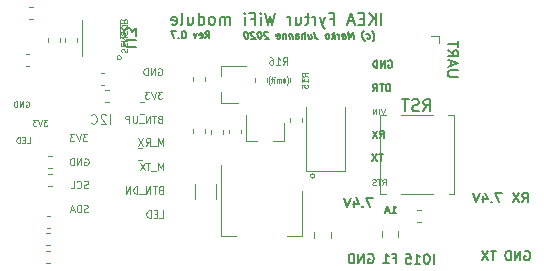
<source format=gbr>
%TF.GenerationSoftware,KiCad,Pcbnew,(5.1.6-0-10_14)*%
%TF.CreationDate,2020-10-08T00:08:50+03:00*%
%TF.ProjectId,ikea-fyrtur,696b6561-2d66-4797-9274-75722e6b6963,rev?*%
%TF.SameCoordinates,Original*%
%TF.FileFunction,Legend,Bot*%
%TF.FilePolarity,Positive*%
%FSLAX46Y46*%
G04 Gerber Fmt 4.6, Leading zero omitted, Abs format (unit mm)*
G04 Created by KiCad (PCBNEW (5.1.6-0-10_14)) date 2020-10-08 00:08:50*
%MOMM*%
%LPD*%
G01*
G04 APERTURE LIST*
%ADD10C,0.120000*%
%ADD11C,0.100000*%
%ADD12C,0.160000*%
%ADD13C,0.150000*%
%ADD14C,0.200000*%
%ADD15C,0.125000*%
G04 APERTURE END LIST*
D10*
X99078952Y-85604304D02*
X99078952Y-84804304D01*
X98736095Y-84880495D02*
X98698000Y-84842400D01*
X98621809Y-84804304D01*
X98431333Y-84804304D01*
X98355142Y-84842400D01*
X98317047Y-84880495D01*
X98278952Y-84956685D01*
X98278952Y-85032876D01*
X98317047Y-85147161D01*
X98774190Y-85604304D01*
X98278952Y-85604304D01*
X97478952Y-85528114D02*
X97517047Y-85566209D01*
X97631333Y-85604304D01*
X97707523Y-85604304D01*
X97821809Y-85566209D01*
X97898000Y-85490019D01*
X97936095Y-85413828D01*
X97974190Y-85261447D01*
X97974190Y-85147161D01*
X97936095Y-84994780D01*
X97898000Y-84918590D01*
X97821809Y-84842400D01*
X97707523Y-84804304D01*
X97631333Y-84804304D01*
X97517047Y-84842400D01*
X97478952Y-84880495D01*
D11*
X100076819Y-79511352D02*
X100053009Y-79439923D01*
X100053009Y-79320876D01*
X100076819Y-79273257D01*
X100100628Y-79249447D01*
X100148247Y-79225638D01*
X100195866Y-79225638D01*
X100243485Y-79249447D01*
X100267295Y-79273257D01*
X100291104Y-79320876D01*
X100314914Y-79416114D01*
X100338723Y-79463733D01*
X100362533Y-79487542D01*
X100410152Y-79511352D01*
X100457771Y-79511352D01*
X100505390Y-79487542D01*
X100529200Y-79463733D01*
X100553009Y-79416114D01*
X100553009Y-79297066D01*
X100529200Y-79225638D01*
X100314914Y-79011352D02*
X100314914Y-78844685D01*
X100053009Y-78773257D02*
X100053009Y-79011352D01*
X100553009Y-79011352D01*
X100553009Y-78773257D01*
X100053009Y-78558971D02*
X100553009Y-78558971D01*
X100053009Y-78273257D01*
X100553009Y-78273257D01*
X100076819Y-78058971D02*
X100053009Y-77987542D01*
X100053009Y-77868495D01*
X100076819Y-77820876D01*
X100100628Y-77797066D01*
X100148247Y-77773257D01*
X100195866Y-77773257D01*
X100243485Y-77797066D01*
X100267295Y-77820876D01*
X100291104Y-77868495D01*
X100314914Y-77963733D01*
X100338723Y-78011352D01*
X100362533Y-78035161D01*
X100410152Y-78058971D01*
X100457771Y-78058971D01*
X100505390Y-78035161D01*
X100529200Y-78011352D01*
X100553009Y-77963733D01*
X100553009Y-77844685D01*
X100529200Y-77773257D01*
X100553009Y-77463733D02*
X100553009Y-77368495D01*
X100529200Y-77320876D01*
X100481580Y-77273257D01*
X100386342Y-77249447D01*
X100219676Y-77249447D01*
X100124438Y-77273257D01*
X100076819Y-77320876D01*
X100053009Y-77368495D01*
X100053009Y-77463733D01*
X100076819Y-77511352D01*
X100124438Y-77558971D01*
X100219676Y-77582780D01*
X100386342Y-77582780D01*
X100481580Y-77558971D01*
X100529200Y-77511352D01*
X100553009Y-77463733D01*
X100053009Y-76749447D02*
X100291104Y-76916114D01*
X100053009Y-77035161D02*
X100553009Y-77035161D01*
X100553009Y-76844685D01*
X100529200Y-76797066D01*
X100505390Y-76773257D01*
X100457771Y-76749447D01*
X100386342Y-76749447D01*
X100338723Y-76773257D01*
X100314914Y-76797066D01*
X100291104Y-76844685D01*
X100291104Y-77035161D01*
D10*
X100055962Y-80010000D02*
G75*
G03*
X100055962Y-80010000I-183162J0D01*
G01*
X116413562Y-90017600D02*
G75*
G03*
X116413562Y-90017600I-183162J0D01*
G01*
D12*
X128559657Y-81598114D02*
X127831085Y-81598114D01*
X127745371Y-81555257D01*
X127702514Y-81512400D01*
X127659657Y-81426685D01*
X127659657Y-81255257D01*
X127702514Y-81169542D01*
X127745371Y-81126685D01*
X127831085Y-81083828D01*
X128559657Y-81083828D01*
X127916800Y-80698114D02*
X127916800Y-80269542D01*
X127659657Y-80783828D02*
X128559657Y-80483828D01*
X127659657Y-80183828D01*
X127659657Y-79369542D02*
X128088228Y-79669542D01*
X127659657Y-79883828D02*
X128559657Y-79883828D01*
X128559657Y-79540971D01*
X128516800Y-79455257D01*
X128473942Y-79412400D01*
X128388228Y-79369542D01*
X128259657Y-79369542D01*
X128173942Y-79412400D01*
X128131085Y-79455257D01*
X128088228Y-79540971D01*
X128088228Y-79883828D01*
X128559657Y-79112400D02*
X128559657Y-78598114D01*
X127659657Y-78855257D02*
X128559657Y-78855257D01*
D13*
X107160857Y-78351028D02*
X107360857Y-78065314D01*
X107503714Y-78351028D02*
X107503714Y-77751028D01*
X107275142Y-77751028D01*
X107218000Y-77779600D01*
X107189428Y-77808171D01*
X107160857Y-77865314D01*
X107160857Y-77951028D01*
X107189428Y-78008171D01*
X107218000Y-78036742D01*
X107275142Y-78065314D01*
X107503714Y-78065314D01*
X106675142Y-78322457D02*
X106732285Y-78351028D01*
X106846571Y-78351028D01*
X106903714Y-78322457D01*
X106932285Y-78265314D01*
X106932285Y-78036742D01*
X106903714Y-77979600D01*
X106846571Y-77951028D01*
X106732285Y-77951028D01*
X106675142Y-77979600D01*
X106646571Y-78036742D01*
X106646571Y-78093885D01*
X106932285Y-78151028D01*
X106446571Y-77951028D02*
X106303714Y-78351028D01*
X106160857Y-77951028D01*
X105360857Y-77751028D02*
X105303714Y-77751028D01*
X105246571Y-77779600D01*
X105218000Y-77808171D01*
X105189428Y-77865314D01*
X105160857Y-77979600D01*
X105160857Y-78122457D01*
X105189428Y-78236742D01*
X105218000Y-78293885D01*
X105246571Y-78322457D01*
X105303714Y-78351028D01*
X105360857Y-78351028D01*
X105418000Y-78322457D01*
X105446571Y-78293885D01*
X105475142Y-78236742D01*
X105503714Y-78122457D01*
X105503714Y-77979600D01*
X105475142Y-77865314D01*
X105446571Y-77808171D01*
X105418000Y-77779600D01*
X105360857Y-77751028D01*
X104903714Y-78293885D02*
X104875142Y-78322457D01*
X104903714Y-78351028D01*
X104932285Y-78322457D01*
X104903714Y-78293885D01*
X104903714Y-78351028D01*
X104675142Y-77751028D02*
X104275142Y-77751028D01*
X104532285Y-78351028D01*
X121347608Y-78630400D02*
X121372608Y-78601828D01*
X121419037Y-78516114D01*
X121440466Y-78458971D01*
X121458323Y-78373257D01*
X121469037Y-78230400D01*
X121454751Y-78116114D01*
X121408323Y-77973257D01*
X121369037Y-77887542D01*
X121333323Y-77830400D01*
X121265466Y-77744685D01*
X121233323Y-77716114D01*
X120829751Y-78373257D02*
X120890466Y-78401828D01*
X121004751Y-78401828D01*
X121058323Y-78373257D01*
X121083323Y-78344685D01*
X121104751Y-78287542D01*
X121083323Y-78116114D01*
X121047608Y-78058971D01*
X121015466Y-78030400D01*
X120954751Y-78001828D01*
X120840466Y-78001828D01*
X120786894Y-78030400D01*
X120661894Y-78630400D02*
X120629751Y-78601828D01*
X120561894Y-78516114D01*
X120526180Y-78458971D01*
X120486894Y-78373257D01*
X120440466Y-78230400D01*
X120426180Y-78116114D01*
X120436894Y-77973257D01*
X120454751Y-77887542D01*
X120476180Y-77830400D01*
X120522608Y-77744685D01*
X120547608Y-77716114D01*
X119719037Y-78401828D02*
X119644037Y-77801828D01*
X119497608Y-78230400D01*
X119244037Y-77801828D01*
X119319037Y-78401828D01*
X118776180Y-78401828D02*
X118736894Y-78087542D01*
X118758323Y-78030400D01*
X118811894Y-78001828D01*
X118926180Y-78001828D01*
X118986894Y-78030400D01*
X118772608Y-78373257D02*
X118833323Y-78401828D01*
X118976180Y-78401828D01*
X119029751Y-78373257D01*
X119051180Y-78316114D01*
X119044037Y-78258971D01*
X119008323Y-78201828D01*
X118947608Y-78173257D01*
X118804751Y-78173257D01*
X118744037Y-78144685D01*
X118490466Y-78401828D02*
X118440466Y-78001828D01*
X118454751Y-78116114D02*
X118419037Y-78058971D01*
X118386894Y-78030400D01*
X118326180Y-78001828D01*
X118269037Y-78001828D01*
X118119037Y-78401828D02*
X118044037Y-77801828D01*
X118033323Y-78173257D02*
X117890466Y-78401828D01*
X117840466Y-78001828D02*
X118097608Y-78230400D01*
X117547608Y-78401828D02*
X117601180Y-78373257D01*
X117626180Y-78344685D01*
X117647608Y-78287542D01*
X117626180Y-78116114D01*
X117590466Y-78058971D01*
X117558323Y-78030400D01*
X117497608Y-78001828D01*
X117411894Y-78001828D01*
X117358323Y-78030400D01*
X117333323Y-78058971D01*
X117311894Y-78116114D01*
X117333323Y-78287542D01*
X117369037Y-78344685D01*
X117401180Y-78373257D01*
X117461894Y-78401828D01*
X117547608Y-78401828D01*
X116386894Y-77801828D02*
X116440466Y-78230400D01*
X116479751Y-78316114D01*
X116544037Y-78373257D01*
X116633323Y-78401828D01*
X116690466Y-78401828D01*
X115869037Y-78001828D02*
X115919037Y-78401828D01*
X116126180Y-78001828D02*
X116165466Y-78316114D01*
X116144037Y-78373257D01*
X116090466Y-78401828D01*
X116004751Y-78401828D01*
X115944037Y-78373257D01*
X115911894Y-78344685D01*
X115633323Y-78401828D02*
X115558323Y-77801828D01*
X115376180Y-78401828D02*
X115336894Y-78087542D01*
X115358323Y-78030400D01*
X115411894Y-78001828D01*
X115497608Y-78001828D01*
X115558323Y-78030400D01*
X115590466Y-78058971D01*
X114833323Y-78401828D02*
X114794037Y-78087542D01*
X114815466Y-78030400D01*
X114869037Y-78001828D01*
X114983323Y-78001828D01*
X115044037Y-78030400D01*
X114829751Y-78373257D02*
X114890466Y-78401828D01*
X115033323Y-78401828D01*
X115086894Y-78373257D01*
X115108323Y-78316114D01*
X115101180Y-78258971D01*
X115065466Y-78201828D01*
X115004751Y-78173257D01*
X114861894Y-78173257D01*
X114801180Y-78144685D01*
X114497608Y-78001828D02*
X114547608Y-78401828D01*
X114504751Y-78058971D02*
X114472608Y-78030400D01*
X114411894Y-78001828D01*
X114326180Y-78001828D01*
X114272608Y-78030400D01*
X114251180Y-78087542D01*
X114290466Y-78401828D01*
X113954751Y-78001828D02*
X114004751Y-78401828D01*
X113961894Y-78058971D02*
X113929751Y-78030400D01*
X113869037Y-78001828D01*
X113783323Y-78001828D01*
X113729751Y-78030400D01*
X113708323Y-78087542D01*
X113747608Y-78401828D01*
X113229751Y-78373257D02*
X113290466Y-78401828D01*
X113404751Y-78401828D01*
X113458323Y-78373257D01*
X113479751Y-78316114D01*
X113451180Y-78087542D01*
X113415466Y-78030400D01*
X113354751Y-78001828D01*
X113240466Y-78001828D01*
X113186894Y-78030400D01*
X113165466Y-78087542D01*
X113172608Y-78144685D01*
X113465466Y-78201828D01*
X112451180Y-77858971D02*
X112419037Y-77830400D01*
X112358323Y-77801828D01*
X112215466Y-77801828D01*
X112161894Y-77830400D01*
X112136894Y-77858971D01*
X112115466Y-77916114D01*
X112122608Y-77973257D01*
X112161894Y-78058971D01*
X112547608Y-78401828D01*
X112176180Y-78401828D01*
X111729751Y-77801828D02*
X111672608Y-77801828D01*
X111619037Y-77830400D01*
X111594037Y-77858971D01*
X111572608Y-77916114D01*
X111558323Y-78030400D01*
X111576180Y-78173257D01*
X111619037Y-78287542D01*
X111654751Y-78344685D01*
X111686894Y-78373257D01*
X111747608Y-78401828D01*
X111804751Y-78401828D01*
X111858323Y-78373257D01*
X111883323Y-78344685D01*
X111904751Y-78287542D01*
X111919037Y-78173257D01*
X111901180Y-78030400D01*
X111858323Y-77916114D01*
X111822608Y-77858971D01*
X111790466Y-77830400D01*
X111729751Y-77801828D01*
X111308323Y-77858971D02*
X111276180Y-77830400D01*
X111215466Y-77801828D01*
X111072608Y-77801828D01*
X111019037Y-77830400D01*
X110994037Y-77858971D01*
X110972608Y-77916114D01*
X110979751Y-77973257D01*
X111019037Y-78058971D01*
X111404751Y-78401828D01*
X111033323Y-78401828D01*
X110586894Y-77801828D02*
X110529751Y-77801828D01*
X110476180Y-77830400D01*
X110451180Y-77858971D01*
X110429751Y-77916114D01*
X110415466Y-78030400D01*
X110433323Y-78173257D01*
X110476180Y-78287542D01*
X110511894Y-78344685D01*
X110544037Y-78373257D01*
X110604751Y-78401828D01*
X110661894Y-78401828D01*
X110715466Y-78373257D01*
X110740466Y-78344685D01*
X110761894Y-78287542D01*
X110776180Y-78173257D01*
X110758323Y-78030400D01*
X110715466Y-77916114D01*
X110679751Y-77858971D01*
X110647608Y-77830400D01*
X110586894Y-77801828D01*
D14*
X122063352Y-77211180D02*
X122063352Y-76211180D01*
X121587161Y-77211180D02*
X121587161Y-76211180D01*
X121015733Y-77211180D02*
X121444304Y-76639752D01*
X121015733Y-76211180D02*
X121587161Y-76782609D01*
X120587161Y-76687371D02*
X120253828Y-76687371D01*
X120110971Y-77211180D02*
X120587161Y-77211180D01*
X120587161Y-76211180D01*
X120110971Y-76211180D01*
X119730019Y-76925466D02*
X119253828Y-76925466D01*
X119825257Y-77211180D02*
X119491923Y-76211180D01*
X119158590Y-77211180D01*
X117730019Y-76687371D02*
X118063352Y-76687371D01*
X118063352Y-77211180D02*
X118063352Y-76211180D01*
X117587161Y-76211180D01*
X117301447Y-76544514D02*
X117063352Y-77211180D01*
X116825257Y-76544514D02*
X117063352Y-77211180D01*
X117158590Y-77449276D01*
X117206209Y-77496895D01*
X117301447Y-77544514D01*
X116444304Y-77211180D02*
X116444304Y-76544514D01*
X116444304Y-76734990D02*
X116396685Y-76639752D01*
X116349066Y-76592133D01*
X116253828Y-76544514D01*
X116158590Y-76544514D01*
X115968114Y-76544514D02*
X115587161Y-76544514D01*
X115825257Y-76211180D02*
X115825257Y-77068323D01*
X115777638Y-77163561D01*
X115682400Y-77211180D01*
X115587161Y-77211180D01*
X114825257Y-76544514D02*
X114825257Y-77211180D01*
X115253828Y-76544514D02*
X115253828Y-77068323D01*
X115206209Y-77163561D01*
X115110971Y-77211180D01*
X114968114Y-77211180D01*
X114872876Y-77163561D01*
X114825257Y-77115942D01*
X114349066Y-77211180D02*
X114349066Y-76544514D01*
X114349066Y-76734990D02*
X114301447Y-76639752D01*
X114253828Y-76592133D01*
X114158590Y-76544514D01*
X114063352Y-76544514D01*
X113063352Y-76211180D02*
X112825257Y-77211180D01*
X112634780Y-76496895D01*
X112444304Y-77211180D01*
X112206209Y-76211180D01*
X111825257Y-77211180D02*
X111825257Y-76544514D01*
X111825257Y-76211180D02*
X111872876Y-76258800D01*
X111825257Y-76306419D01*
X111777638Y-76258800D01*
X111825257Y-76211180D01*
X111825257Y-76306419D01*
X111015733Y-76687371D02*
X111349066Y-76687371D01*
X111349066Y-77211180D02*
X111349066Y-76211180D01*
X110872876Y-76211180D01*
X110491923Y-77211180D02*
X110491923Y-76544514D01*
X110491923Y-76211180D02*
X110539542Y-76258800D01*
X110491923Y-76306419D01*
X110444304Y-76258800D01*
X110491923Y-76211180D01*
X110491923Y-76306419D01*
X109253828Y-77211180D02*
X109253828Y-76544514D01*
X109253828Y-76639752D02*
X109206209Y-76592133D01*
X109110971Y-76544514D01*
X108968114Y-76544514D01*
X108872876Y-76592133D01*
X108825257Y-76687371D01*
X108825257Y-77211180D01*
X108825257Y-76687371D02*
X108777638Y-76592133D01*
X108682400Y-76544514D01*
X108539542Y-76544514D01*
X108444304Y-76592133D01*
X108396685Y-76687371D01*
X108396685Y-77211180D01*
X107777638Y-77211180D02*
X107872876Y-77163561D01*
X107920495Y-77115942D01*
X107968114Y-77020704D01*
X107968114Y-76734990D01*
X107920495Y-76639752D01*
X107872876Y-76592133D01*
X107777638Y-76544514D01*
X107634780Y-76544514D01*
X107539542Y-76592133D01*
X107491923Y-76639752D01*
X107444304Y-76734990D01*
X107444304Y-77020704D01*
X107491923Y-77115942D01*
X107539542Y-77163561D01*
X107634780Y-77211180D01*
X107777638Y-77211180D01*
X106587161Y-77211180D02*
X106587161Y-76211180D01*
X106587161Y-77163561D02*
X106682400Y-77211180D01*
X106872876Y-77211180D01*
X106968114Y-77163561D01*
X107015733Y-77115942D01*
X107063352Y-77020704D01*
X107063352Y-76734990D01*
X107015733Y-76639752D01*
X106968114Y-76592133D01*
X106872876Y-76544514D01*
X106682400Y-76544514D01*
X106587161Y-76592133D01*
X105682400Y-76544514D02*
X105682400Y-77211180D01*
X106110971Y-76544514D02*
X106110971Y-77068323D01*
X106063352Y-77163561D01*
X105968114Y-77211180D01*
X105825257Y-77211180D01*
X105730019Y-77163561D01*
X105682400Y-77115942D01*
X105063352Y-77211180D02*
X105158590Y-77163561D01*
X105206209Y-77068323D01*
X105206209Y-76211180D01*
X104301447Y-77163561D02*
X104396685Y-77211180D01*
X104587161Y-77211180D01*
X104682400Y-77163561D01*
X104730019Y-77068323D01*
X104730019Y-76687371D01*
X104682400Y-76592133D01*
X104587161Y-76544514D01*
X104396685Y-76544514D01*
X104301447Y-76592133D01*
X104253828Y-76687371D01*
X104253828Y-76782609D01*
X104730019Y-76877847D01*
D11*
X114049085Y-82306266D02*
X114068133Y-82282457D01*
X114106228Y-82211028D01*
X114125276Y-82163409D01*
X114144323Y-82091980D01*
X114163371Y-81972933D01*
X114163371Y-81877695D01*
X114144323Y-81758647D01*
X114125276Y-81687219D01*
X114106228Y-81639600D01*
X114068133Y-81568171D01*
X114049085Y-81544361D01*
X113839561Y-82115790D02*
X113877657Y-82091980D01*
X113896704Y-82068171D01*
X113915752Y-82020552D01*
X113915752Y-81877695D01*
X113896704Y-81830076D01*
X113877657Y-81806266D01*
X113839561Y-81782457D01*
X113782419Y-81782457D01*
X113744323Y-81806266D01*
X113725276Y-81830076D01*
X113706228Y-81877695D01*
X113706228Y-82020552D01*
X113725276Y-82068171D01*
X113744323Y-82091980D01*
X113782419Y-82115790D01*
X113839561Y-82115790D01*
X113534800Y-82115790D02*
X113534800Y-81782457D01*
X113534800Y-81830076D02*
X113515752Y-81806266D01*
X113477657Y-81782457D01*
X113420514Y-81782457D01*
X113382419Y-81806266D01*
X113363371Y-81853885D01*
X113363371Y-82115790D01*
X113363371Y-81853885D02*
X113344323Y-81806266D01*
X113306228Y-81782457D01*
X113249085Y-81782457D01*
X113210990Y-81806266D01*
X113191942Y-81853885D01*
X113191942Y-82115790D01*
X113001466Y-82115790D02*
X113001466Y-81782457D01*
X113001466Y-81615790D02*
X113020514Y-81639600D01*
X113001466Y-81663409D01*
X112982419Y-81639600D01*
X113001466Y-81615790D01*
X113001466Y-81663409D01*
X112868133Y-81782457D02*
X112715752Y-81782457D01*
X112810990Y-81615790D02*
X112810990Y-82044361D01*
X112791942Y-82091980D01*
X112753847Y-82115790D01*
X112715752Y-82115790D01*
X112620514Y-82306266D02*
X112601466Y-82282457D01*
X112563371Y-82211028D01*
X112544323Y-82163409D01*
X112525276Y-82091980D01*
X112506228Y-81972933D01*
X112506228Y-81877695D01*
X112525276Y-81758647D01*
X112544323Y-81687219D01*
X112563371Y-81639600D01*
X112601466Y-81568171D01*
X112620514Y-81544361D01*
D10*
X97161257Y-86488628D02*
X96789828Y-86488628D01*
X96989828Y-86717200D01*
X96904114Y-86717200D01*
X96846971Y-86745771D01*
X96818400Y-86774342D01*
X96789828Y-86831485D01*
X96789828Y-86974342D01*
X96818400Y-87031485D01*
X96846971Y-87060057D01*
X96904114Y-87088628D01*
X97075542Y-87088628D01*
X97132685Y-87060057D01*
X97161257Y-87031485D01*
X96618400Y-86488628D02*
X96418400Y-87088628D01*
X96218400Y-86488628D01*
X96075542Y-86488628D02*
X95704114Y-86488628D01*
X95904114Y-86717200D01*
X95818400Y-86717200D01*
X95761257Y-86745771D01*
X95732685Y-86774342D01*
X95704114Y-86831485D01*
X95704114Y-86974342D01*
X95732685Y-87031485D01*
X95761257Y-87060057D01*
X95818400Y-87088628D01*
X95989828Y-87088628D01*
X96046971Y-87060057D01*
X96075542Y-87031485D01*
X96926342Y-88549200D02*
X96983485Y-88520628D01*
X97069200Y-88520628D01*
X97154914Y-88549200D01*
X97212057Y-88606342D01*
X97240628Y-88663485D01*
X97269200Y-88777771D01*
X97269200Y-88863485D01*
X97240628Y-88977771D01*
X97212057Y-89034914D01*
X97154914Y-89092057D01*
X97069200Y-89120628D01*
X97012057Y-89120628D01*
X96926342Y-89092057D01*
X96897771Y-89063485D01*
X96897771Y-88863485D01*
X97012057Y-88863485D01*
X96640628Y-89120628D02*
X96640628Y-88520628D01*
X96297771Y-89120628D01*
X96297771Y-88520628D01*
X96012057Y-89120628D02*
X96012057Y-88520628D01*
X95869200Y-88520628D01*
X95783485Y-88549200D01*
X95726342Y-88606342D01*
X95697771Y-88663485D01*
X95669200Y-88777771D01*
X95669200Y-88863485D01*
X95697771Y-88977771D01*
X95726342Y-89034914D01*
X95783485Y-89092057D01*
X95869200Y-89120628D01*
X96012057Y-89120628D01*
X97234285Y-91022457D02*
X97148571Y-91051028D01*
X97005714Y-91051028D01*
X96948571Y-91022457D01*
X96920000Y-90993885D01*
X96891428Y-90936742D01*
X96891428Y-90879600D01*
X96920000Y-90822457D01*
X96948571Y-90793885D01*
X97005714Y-90765314D01*
X97120000Y-90736742D01*
X97177142Y-90708171D01*
X97205714Y-90679600D01*
X97234285Y-90622457D01*
X97234285Y-90565314D01*
X97205714Y-90508171D01*
X97177142Y-90479600D01*
X97120000Y-90451028D01*
X96977142Y-90451028D01*
X96891428Y-90479600D01*
X96291428Y-90993885D02*
X96320000Y-91022457D01*
X96405714Y-91051028D01*
X96462857Y-91051028D01*
X96548571Y-91022457D01*
X96605714Y-90965314D01*
X96634285Y-90908171D01*
X96662857Y-90793885D01*
X96662857Y-90708171D01*
X96634285Y-90593885D01*
X96605714Y-90536742D01*
X96548571Y-90479600D01*
X96462857Y-90451028D01*
X96405714Y-90451028D01*
X96320000Y-90479600D01*
X96291428Y-90508171D01*
X95748571Y-91051028D02*
X96034285Y-91051028D01*
X96034285Y-90451028D01*
X97197771Y-93054457D02*
X97112057Y-93083028D01*
X96969200Y-93083028D01*
X96912057Y-93054457D01*
X96883485Y-93025885D01*
X96854914Y-92968742D01*
X96854914Y-92911600D01*
X96883485Y-92854457D01*
X96912057Y-92825885D01*
X96969200Y-92797314D01*
X97083485Y-92768742D01*
X97140628Y-92740171D01*
X97169200Y-92711600D01*
X97197771Y-92654457D01*
X97197771Y-92597314D01*
X97169200Y-92540171D01*
X97140628Y-92511600D01*
X97083485Y-92483028D01*
X96940628Y-92483028D01*
X96854914Y-92511600D01*
X96597771Y-93083028D02*
X96597771Y-92483028D01*
X96454914Y-92483028D01*
X96369200Y-92511600D01*
X96312057Y-92568742D01*
X96283485Y-92625885D01*
X96254914Y-92740171D01*
X96254914Y-92825885D01*
X96283485Y-92940171D01*
X96312057Y-92997314D01*
X96369200Y-93054457D01*
X96454914Y-93083028D01*
X96597771Y-93083028D01*
X96026342Y-92911600D02*
X95740628Y-92911600D01*
X96083485Y-93083028D02*
X95883485Y-92483028D01*
X95683485Y-93083028D01*
D13*
X122631142Y-80268800D02*
X122688285Y-80240228D01*
X122774000Y-80240228D01*
X122859714Y-80268800D01*
X122916857Y-80325942D01*
X122945428Y-80383085D01*
X122974000Y-80497371D01*
X122974000Y-80583085D01*
X122945428Y-80697371D01*
X122916857Y-80754514D01*
X122859714Y-80811657D01*
X122774000Y-80840228D01*
X122716857Y-80840228D01*
X122631142Y-80811657D01*
X122602571Y-80783085D01*
X122602571Y-80583085D01*
X122716857Y-80583085D01*
X122345428Y-80840228D02*
X122345428Y-80240228D01*
X122002571Y-80840228D01*
X122002571Y-80240228D01*
X121716857Y-80840228D02*
X121716857Y-80240228D01*
X121574000Y-80240228D01*
X121488285Y-80268800D01*
X121431142Y-80325942D01*
X121402571Y-80383085D01*
X121374000Y-80497371D01*
X121374000Y-80583085D01*
X121402571Y-80697371D01*
X121431142Y-80754514D01*
X121488285Y-80811657D01*
X121574000Y-80840228D01*
X121716857Y-80840228D01*
X122758114Y-82821428D02*
X122758114Y-82221428D01*
X122615257Y-82221428D01*
X122529542Y-82250000D01*
X122472400Y-82307142D01*
X122443828Y-82364285D01*
X122415257Y-82478571D01*
X122415257Y-82564285D01*
X122443828Y-82678571D01*
X122472400Y-82735714D01*
X122529542Y-82792857D01*
X122615257Y-82821428D01*
X122758114Y-82821428D01*
X122243828Y-82221428D02*
X121900971Y-82221428D01*
X122072400Y-82821428D02*
X122072400Y-82221428D01*
X121358114Y-82821428D02*
X121558114Y-82535714D01*
X121700971Y-82821428D02*
X121700971Y-82221428D01*
X121472400Y-82221428D01*
X121415257Y-82250000D01*
X121386685Y-82278571D01*
X121358114Y-82335714D01*
X121358114Y-82421428D01*
X121386685Y-82478571D01*
X121415257Y-82507142D01*
X121472400Y-82535714D01*
X121700971Y-82535714D01*
D15*
X122366019Y-84308190D02*
X122199352Y-84808190D01*
X122032685Y-84308190D01*
X121866019Y-84808190D02*
X121866019Y-84308190D01*
X121627923Y-84808190D02*
X121627923Y-84308190D01*
X121342209Y-84808190D01*
X121342209Y-84308190D01*
D13*
X121918400Y-86783828D02*
X122118400Y-86498114D01*
X122261257Y-86783828D02*
X122261257Y-86183828D01*
X122032685Y-86183828D01*
X121975542Y-86212400D01*
X121946971Y-86240971D01*
X121918400Y-86298114D01*
X121918400Y-86383828D01*
X121946971Y-86440971D01*
X121975542Y-86469542D01*
X122032685Y-86498114D01*
X122261257Y-86498114D01*
X121718400Y-86183828D02*
X121318400Y-86783828D01*
X121318400Y-86183828D02*
X121718400Y-86783828D01*
X122173942Y-88165028D02*
X121831085Y-88165028D01*
X122002514Y-88765028D02*
X122002514Y-88165028D01*
X121688228Y-88165028D02*
X121288228Y-88765028D01*
X121288228Y-88165028D02*
X121688228Y-88765028D01*
D15*
X122143009Y-90802590D02*
X122309676Y-90564495D01*
X122428723Y-90802590D02*
X122428723Y-90302590D01*
X122238247Y-90302590D01*
X122190628Y-90326400D01*
X122166819Y-90350209D01*
X122143009Y-90397828D01*
X122143009Y-90469257D01*
X122166819Y-90516876D01*
X122190628Y-90540685D01*
X122238247Y-90564495D01*
X122428723Y-90564495D01*
X122000152Y-90302590D02*
X121714438Y-90302590D01*
X121857295Y-90802590D02*
X121857295Y-90302590D01*
X121571580Y-90778780D02*
X121500152Y-90802590D01*
X121381104Y-90802590D01*
X121333485Y-90778780D01*
X121309676Y-90754971D01*
X121285866Y-90707352D01*
X121285866Y-90659733D01*
X121309676Y-90612114D01*
X121333485Y-90588304D01*
X121381104Y-90564495D01*
X121476342Y-90540685D01*
X121523961Y-90516876D01*
X121547771Y-90493066D01*
X121571580Y-90445447D01*
X121571580Y-90397828D01*
X121547771Y-90350209D01*
X121523961Y-90326400D01*
X121476342Y-90302590D01*
X121357295Y-90302590D01*
X121285866Y-90326400D01*
D10*
X92066228Y-87246590D02*
X92304323Y-87246590D01*
X92304323Y-86746590D01*
X91899561Y-86984685D02*
X91732895Y-86984685D01*
X91661466Y-87246590D02*
X91899561Y-87246590D01*
X91899561Y-86746590D01*
X91661466Y-86746590D01*
X91447180Y-87246590D02*
X91447180Y-86746590D01*
X91328133Y-86746590D01*
X91256704Y-86770400D01*
X91209085Y-86818019D01*
X91185276Y-86865638D01*
X91161466Y-86960876D01*
X91161466Y-87032304D01*
X91185276Y-87127542D01*
X91209085Y-87175161D01*
X91256704Y-87222780D01*
X91328133Y-87246590D01*
X91447180Y-87246590D01*
X93786247Y-85273390D02*
X93476723Y-85273390D01*
X93643390Y-85463866D01*
X93571961Y-85463866D01*
X93524342Y-85487676D01*
X93500533Y-85511485D01*
X93476723Y-85559104D01*
X93476723Y-85678152D01*
X93500533Y-85725771D01*
X93524342Y-85749580D01*
X93571961Y-85773390D01*
X93714819Y-85773390D01*
X93762438Y-85749580D01*
X93786247Y-85725771D01*
X93333866Y-85273390D02*
X93167200Y-85773390D01*
X93000533Y-85273390D01*
X92881485Y-85273390D02*
X92571961Y-85273390D01*
X92738628Y-85463866D01*
X92667200Y-85463866D01*
X92619580Y-85487676D01*
X92595771Y-85511485D01*
X92571961Y-85559104D01*
X92571961Y-85678152D01*
X92595771Y-85725771D01*
X92619580Y-85749580D01*
X92667200Y-85773390D01*
X92810057Y-85773390D01*
X92857676Y-85749580D01*
X92881485Y-85725771D01*
X91973352Y-83722400D02*
X92020971Y-83698590D01*
X92092400Y-83698590D01*
X92163828Y-83722400D01*
X92211447Y-83770019D01*
X92235257Y-83817638D01*
X92259066Y-83912876D01*
X92259066Y-83984304D01*
X92235257Y-84079542D01*
X92211447Y-84127161D01*
X92163828Y-84174780D01*
X92092400Y-84198590D01*
X92044780Y-84198590D01*
X91973352Y-84174780D01*
X91949542Y-84150971D01*
X91949542Y-83984304D01*
X92044780Y-83984304D01*
X91735257Y-84198590D02*
X91735257Y-83698590D01*
X91449542Y-84198590D01*
X91449542Y-83698590D01*
X91211447Y-84198590D02*
X91211447Y-83698590D01*
X91092400Y-83698590D01*
X91020971Y-83722400D01*
X90973352Y-83770019D01*
X90949542Y-83817638D01*
X90925733Y-83912876D01*
X90925733Y-83984304D01*
X90949542Y-84079542D01*
X90973352Y-84127161D01*
X91020971Y-84174780D01*
X91092400Y-84198590D01*
X91211447Y-84198590D01*
D12*
X120954723Y-96628000D02*
X121030914Y-96589904D01*
X121145200Y-96589904D01*
X121259485Y-96628000D01*
X121335676Y-96704190D01*
X121373771Y-96780380D01*
X121411866Y-96932761D01*
X121411866Y-97047047D01*
X121373771Y-97199428D01*
X121335676Y-97275619D01*
X121259485Y-97351809D01*
X121145200Y-97389904D01*
X121069009Y-97389904D01*
X120954723Y-97351809D01*
X120916628Y-97313714D01*
X120916628Y-97047047D01*
X121069009Y-97047047D01*
X120573771Y-97389904D02*
X120573771Y-96589904D01*
X120116628Y-97389904D01*
X120116628Y-96589904D01*
X119735676Y-97389904D02*
X119735676Y-96589904D01*
X119545200Y-96589904D01*
X119430914Y-96628000D01*
X119354723Y-96704190D01*
X119316628Y-96780380D01*
X119278533Y-96932761D01*
X119278533Y-97047047D01*
X119316628Y-97199428D01*
X119354723Y-97275619D01*
X119430914Y-97351809D01*
X119545200Y-97389904D01*
X119735676Y-97389904D01*
X121322952Y-91865504D02*
X120789619Y-91865504D01*
X121132476Y-92665504D01*
X120484857Y-92589314D02*
X120446761Y-92627409D01*
X120484857Y-92665504D01*
X120522952Y-92627409D01*
X120484857Y-92589314D01*
X120484857Y-92665504D01*
X119761047Y-92132171D02*
X119761047Y-92665504D01*
X119951523Y-91827409D02*
X120142000Y-92398838D01*
X119646761Y-92398838D01*
X119456285Y-91865504D02*
X119189619Y-92665504D01*
X118922952Y-91865504D01*
D10*
X103579485Y-87444228D02*
X103579485Y-86844228D01*
X103379485Y-87272800D01*
X103179485Y-86844228D01*
X103179485Y-87444228D01*
X103036628Y-87501371D02*
X102579485Y-87501371D01*
X102093771Y-87444228D02*
X102293771Y-87158514D01*
X102436628Y-87444228D02*
X102436628Y-86844228D01*
X102208057Y-86844228D01*
X102150914Y-86872800D01*
X102122342Y-86901371D01*
X102093771Y-86958514D01*
X102093771Y-87044228D01*
X102122342Y-87101371D01*
X102150914Y-87129942D01*
X102208057Y-87158514D01*
X102436628Y-87158514D01*
X101893771Y-86844228D02*
X101493771Y-87444228D01*
X101493771Y-86844228D02*
X101893771Y-87444228D01*
X103558857Y-89527028D02*
X103558857Y-88927028D01*
X103358857Y-89355600D01*
X103158857Y-88927028D01*
X103158857Y-89527028D01*
X103016000Y-89584171D02*
X102558857Y-89584171D01*
X102501714Y-88927028D02*
X102158857Y-88927028D01*
X102330285Y-89527028D02*
X102330285Y-88927028D01*
X102016000Y-88927028D02*
X101616000Y-89527028D01*
X101616000Y-88927028D02*
X102016000Y-89527028D01*
X103255714Y-93540228D02*
X103541428Y-93540228D01*
X103541428Y-92940228D01*
X103055714Y-93225942D02*
X102855714Y-93225942D01*
X102770000Y-93540228D02*
X103055714Y-93540228D01*
X103055714Y-92940228D01*
X102770000Y-92940228D01*
X102512857Y-93540228D02*
X102512857Y-92940228D01*
X102370000Y-92940228D01*
X102284285Y-92968800D01*
X102227142Y-93025942D01*
X102198571Y-93083085D01*
X102170000Y-93197371D01*
X102170000Y-93283085D01*
X102198571Y-93397371D01*
X102227142Y-93454514D01*
X102284285Y-93511657D01*
X102370000Y-93540228D01*
X102512857Y-93540228D01*
X103349257Y-91193942D02*
X103263542Y-91222514D01*
X103234971Y-91251085D01*
X103206400Y-91308228D01*
X103206400Y-91393942D01*
X103234971Y-91451085D01*
X103263542Y-91479657D01*
X103320685Y-91508228D01*
X103549257Y-91508228D01*
X103549257Y-90908228D01*
X103349257Y-90908228D01*
X103292114Y-90936800D01*
X103263542Y-90965371D01*
X103234971Y-91022514D01*
X103234971Y-91079657D01*
X103263542Y-91136800D01*
X103292114Y-91165371D01*
X103349257Y-91193942D01*
X103549257Y-91193942D01*
X103034971Y-90908228D02*
X102692114Y-90908228D01*
X102863542Y-91508228D02*
X102863542Y-90908228D01*
X102492114Y-91508228D02*
X102492114Y-90908228D01*
X102149257Y-91508228D01*
X102149257Y-90908228D01*
X102006400Y-91565371D02*
X101549257Y-91565371D01*
X101406400Y-91508228D02*
X101406400Y-90908228D01*
X101263542Y-90908228D01*
X101177828Y-90936800D01*
X101120685Y-90993942D01*
X101092114Y-91051085D01*
X101063542Y-91165371D01*
X101063542Y-91251085D01*
X101092114Y-91365371D01*
X101120685Y-91422514D01*
X101177828Y-91479657D01*
X101263542Y-91508228D01*
X101406400Y-91508228D01*
X100806400Y-91508228D02*
X100806400Y-90908228D01*
X100463542Y-91508228D01*
X100463542Y-90908228D01*
X103298457Y-85199542D02*
X103212742Y-85228114D01*
X103184171Y-85256685D01*
X103155600Y-85313828D01*
X103155600Y-85399542D01*
X103184171Y-85456685D01*
X103212742Y-85485257D01*
X103269885Y-85513828D01*
X103498457Y-85513828D01*
X103498457Y-84913828D01*
X103298457Y-84913828D01*
X103241314Y-84942400D01*
X103212742Y-84970971D01*
X103184171Y-85028114D01*
X103184171Y-85085257D01*
X103212742Y-85142400D01*
X103241314Y-85170971D01*
X103298457Y-85199542D01*
X103498457Y-85199542D01*
X102984171Y-84913828D02*
X102641314Y-84913828D01*
X102812742Y-85513828D02*
X102812742Y-84913828D01*
X102441314Y-85513828D02*
X102441314Y-84913828D01*
X102098457Y-85513828D01*
X102098457Y-84913828D01*
X101955600Y-85570971D02*
X101498457Y-85570971D01*
X101355600Y-84913828D02*
X101355600Y-85399542D01*
X101327028Y-85456685D01*
X101298457Y-85485257D01*
X101241314Y-85513828D01*
X101127028Y-85513828D01*
X101069885Y-85485257D01*
X101041314Y-85456685D01*
X101012742Y-85399542D01*
X101012742Y-84913828D01*
X100727028Y-85513828D02*
X100727028Y-84913828D01*
X100498457Y-84913828D01*
X100441314Y-84942400D01*
X100412742Y-84970971D01*
X100384171Y-85028114D01*
X100384171Y-85113828D01*
X100412742Y-85170971D01*
X100441314Y-85199542D01*
X100498457Y-85228114D01*
X100727028Y-85228114D01*
X103511257Y-82881828D02*
X103139828Y-82881828D01*
X103339828Y-83110400D01*
X103254114Y-83110400D01*
X103196971Y-83138971D01*
X103168400Y-83167542D01*
X103139828Y-83224685D01*
X103139828Y-83367542D01*
X103168400Y-83424685D01*
X103196971Y-83453257D01*
X103254114Y-83481828D01*
X103425542Y-83481828D01*
X103482685Y-83453257D01*
X103511257Y-83424685D01*
X102968400Y-82881828D02*
X102768400Y-83481828D01*
X102568400Y-82881828D01*
X102425542Y-82881828D02*
X102054114Y-82881828D01*
X102254114Y-83110400D01*
X102168400Y-83110400D01*
X102111257Y-83138971D01*
X102082685Y-83167542D01*
X102054114Y-83224685D01*
X102054114Y-83367542D01*
X102082685Y-83424685D01*
X102111257Y-83453257D01*
X102168400Y-83481828D01*
X102339828Y-83481828D01*
X102396971Y-83453257D01*
X102425542Y-83424685D01*
X103174742Y-80929200D02*
X103231885Y-80900628D01*
X103317600Y-80900628D01*
X103403314Y-80929200D01*
X103460457Y-80986342D01*
X103489028Y-81043485D01*
X103517600Y-81157771D01*
X103517600Y-81243485D01*
X103489028Y-81357771D01*
X103460457Y-81414914D01*
X103403314Y-81472057D01*
X103317600Y-81500628D01*
X103260457Y-81500628D01*
X103174742Y-81472057D01*
X103146171Y-81443485D01*
X103146171Y-81243485D01*
X103260457Y-81243485D01*
X102889028Y-81500628D02*
X102889028Y-80900628D01*
X102546171Y-81500628D01*
X102546171Y-80900628D01*
X102260457Y-81500628D02*
X102260457Y-80900628D01*
X102117600Y-80900628D01*
X102031885Y-80929200D01*
X101974742Y-80986342D01*
X101946171Y-81043485D01*
X101917600Y-81157771D01*
X101917600Y-81243485D01*
X101946171Y-81357771D01*
X101974742Y-81414914D01*
X102031885Y-81472057D01*
X102117600Y-81500628D01*
X102260457Y-81500628D01*
D13*
X131775123Y-96335904D02*
X131317980Y-96335904D01*
X131546552Y-97135904D02*
X131546552Y-96335904D01*
X131127504Y-96335904D02*
X130594171Y-97135904D01*
X130594171Y-96335904D02*
X131127504Y-97135904D01*
X134213523Y-96374000D02*
X134289714Y-96335904D01*
X134404000Y-96335904D01*
X134518285Y-96374000D01*
X134594476Y-96450190D01*
X134632571Y-96526380D01*
X134670666Y-96678761D01*
X134670666Y-96793047D01*
X134632571Y-96945428D01*
X134594476Y-97021619D01*
X134518285Y-97097809D01*
X134404000Y-97135904D01*
X134327809Y-97135904D01*
X134213523Y-97097809D01*
X134175428Y-97059714D01*
X134175428Y-96793047D01*
X134327809Y-96793047D01*
X133832571Y-97135904D02*
X133832571Y-96335904D01*
X133375428Y-97135904D01*
X133375428Y-96335904D01*
X132994476Y-97135904D02*
X132994476Y-96335904D01*
X132804000Y-96335904D01*
X132689714Y-96374000D01*
X132613523Y-96450190D01*
X132575428Y-96526380D01*
X132537333Y-96678761D01*
X132537333Y-96793047D01*
X132575428Y-96945428D01*
X132613523Y-97021619D01*
X132689714Y-97097809D01*
X132804000Y-97135904D01*
X132994476Y-97135904D01*
X132244952Y-91459104D02*
X131711619Y-91459104D01*
X132054476Y-92259104D01*
X131406857Y-92182914D02*
X131368761Y-92221009D01*
X131406857Y-92259104D01*
X131444952Y-92221009D01*
X131406857Y-92182914D01*
X131406857Y-92259104D01*
X130683047Y-91725771D02*
X130683047Y-92259104D01*
X130873523Y-91421009D02*
X131064000Y-91992438D01*
X130568761Y-91992438D01*
X130378285Y-91459104D02*
X130111619Y-92259104D01*
X129844952Y-91459104D01*
X133991333Y-92259104D02*
X134258000Y-91878152D01*
X134448476Y-92259104D02*
X134448476Y-91459104D01*
X134143714Y-91459104D01*
X134067523Y-91497200D01*
X134029428Y-91535295D01*
X133991333Y-91611485D01*
X133991333Y-91725771D01*
X134029428Y-91801961D01*
X134067523Y-91840057D01*
X134143714Y-91878152D01*
X134448476Y-91878152D01*
X133724666Y-91459104D02*
X133191333Y-92259104D01*
X133191333Y-91459104D02*
X133724666Y-92259104D01*
D10*
%TO.C,U3*%
X99908000Y-78333600D02*
X99908000Y-76833600D01*
X96688000Y-79833600D02*
X96688000Y-76833600D01*
%TO.C,C1*%
X117753200Y-94734748D02*
X117753200Y-95257252D01*
X116333200Y-94734748D02*
X116333200Y-95257252D01*
%TO.C,R17*%
X106068400Y-82001579D02*
X106068400Y-81676021D01*
X107088400Y-82001579D02*
X107088400Y-81676021D01*
%TO.C,C8*%
X108663200Y-86137933D02*
X108663200Y-86480467D01*
X107643200Y-86137933D02*
X107643200Y-86480467D01*
%TO.C,C3*%
X108098000Y-90722036D02*
X108098000Y-91926164D01*
X106278000Y-90722036D02*
X106278000Y-91926164D01*
%TO.C,F1*%
X123493600Y-94683948D02*
X123493600Y-95206452D01*
X122073600Y-94683948D02*
X122073600Y-95206452D01*
%TO.C,D2*%
X118947200Y-89556800D02*
X118947200Y-84156800D01*
X115647200Y-89556800D02*
X115647200Y-84156800D01*
X118947200Y-89556800D02*
X115647200Y-89556800D01*
%TO.C,C5*%
X95298800Y-78708067D02*
X95298800Y-78365533D01*
X96318800Y-78708067D02*
X96318800Y-78365533D01*
%TO.C,C2*%
X94151267Y-89308400D02*
X93808733Y-89308400D01*
X94151267Y-88288400D02*
X93808733Y-88288400D01*
%TO.C,R8*%
X101813579Y-88698800D02*
X101488021Y-88698800D01*
X101813579Y-87678800D02*
X101488021Y-87678800D01*
%TO.C,SW1*%
X122419600Y-84838800D02*
X121969600Y-84838800D01*
X121969600Y-91538800D02*
X122419600Y-91538800D01*
X121969600Y-84838800D02*
X121969600Y-91538800D01*
X123719600Y-91538800D02*
X126419600Y-91538800D01*
X126419600Y-84838800D02*
X123719600Y-84838800D01*
X128169600Y-91538800D02*
X127769600Y-91538800D01*
X128169600Y-84838800D02*
X128169600Y-91538800D01*
X127719600Y-84838800D02*
X128169600Y-84838800D01*
%TO.C,R6*%
X98968779Y-83771200D02*
X98643221Y-83771200D01*
X98968779Y-82751200D02*
X98643221Y-82751200D01*
%TO.C,R16*%
X113844800Y-81726821D02*
X113844800Y-82052379D01*
X112824800Y-81726821D02*
X112824800Y-82052379D01*
%TO.C,R15*%
X114298000Y-82052379D02*
X114298000Y-81726821D01*
X115318000Y-82052379D02*
X115318000Y-81726821D01*
%TO.C,J3*%
X126898400Y-78790800D02*
X126898400Y-78155800D01*
X126898400Y-78155800D02*
X126263400Y-78155800D01*
%TO.C,R14*%
X114298000Y-85455979D02*
X114298000Y-85130421D01*
X115318000Y-85455979D02*
X115318000Y-85130421D01*
%TO.C,R13*%
X94193579Y-90832400D02*
X93868021Y-90832400D01*
X94193579Y-89812400D02*
X93868021Y-89812400D01*
%TO.C,R12*%
X92263179Y-80723200D02*
X91937621Y-80723200D01*
X92263179Y-79703200D02*
X91937621Y-79703200D01*
%TO.C,R11*%
X93715621Y-93368400D02*
X94041179Y-93368400D01*
X93715621Y-94388400D02*
X94041179Y-94388400D01*
%TO.C,R10*%
X94845600Y-78374021D02*
X94845600Y-78699579D01*
X93825600Y-78374021D02*
X93825600Y-78699579D01*
%TO.C,R9*%
X94015879Y-95887000D02*
X93690321Y-95887000D01*
X94015879Y-94867000D02*
X93690321Y-94867000D01*
%TO.C,R7*%
X125384779Y-93931200D02*
X125059221Y-93931200D01*
X125384779Y-92911200D02*
X125059221Y-92911200D01*
%TO.C,R5*%
X106119200Y-86370379D02*
X106119200Y-86044821D01*
X107139200Y-86370379D02*
X107139200Y-86044821D01*
%TO.C,R4*%
X98287621Y-81278000D02*
X98613179Y-81278000D01*
X98287621Y-82298000D02*
X98613179Y-82298000D01*
%TO.C,R3*%
X101615121Y-83716400D02*
X101940679Y-83716400D01*
X101615121Y-84736400D02*
X101940679Y-84736400D01*
%TO.C,R2*%
X109167200Y-86421179D02*
X109167200Y-86095621D01*
X110187200Y-86421179D02*
X110187200Y-86095621D01*
%TO.C,R1*%
X112371600Y-81726821D02*
X112371600Y-82052379D01*
X111351600Y-81726821D02*
X111351600Y-82052379D01*
%TO.C,C7*%
X93998867Y-97385600D02*
X93656333Y-97385600D01*
X93998867Y-96365600D02*
X93656333Y-96365600D01*
%TO.C,C6*%
X92576467Y-76710000D02*
X92233933Y-76710000D01*
X92576467Y-75690000D02*
X92233933Y-75690000D01*
%TO.C,U1*%
X108502400Y-89054500D02*
X108502400Y-95064500D01*
X115322400Y-91304500D02*
X115322400Y-95064500D01*
X108502400Y-95064500D02*
X109762400Y-95064500D01*
X115322400Y-95064500D02*
X114062400Y-95064500D01*
%TO.C,Q2*%
X113797200Y-87018400D02*
X113797200Y-85558400D01*
X110637200Y-87018400D02*
X110637200Y-84858400D01*
X110637200Y-87018400D02*
X111567200Y-87018400D01*
X113797200Y-87018400D02*
X112867200Y-87018400D01*
%TO.C,Q1*%
X108460000Y-83825200D02*
X109920000Y-83825200D01*
X108460000Y-80665200D02*
X110620000Y-80665200D01*
X108460000Y-80665200D02*
X108460000Y-81595200D01*
X108460000Y-83825200D02*
X108460000Y-82895200D01*
%TO.C,U3*%
D13*
X101295619Y-79095504D02*
X100486095Y-79095504D01*
X100390857Y-79047885D01*
X100343238Y-79000266D01*
X100295619Y-78905028D01*
X100295619Y-78714552D01*
X100343238Y-78619314D01*
X100390857Y-78571695D01*
X100486095Y-78524076D01*
X101295619Y-78524076D01*
X101295619Y-78143123D02*
X101295619Y-77524076D01*
X100914666Y-77857409D01*
X100914666Y-77714552D01*
X100867047Y-77619314D01*
X100819428Y-77571695D01*
X100724190Y-77524076D01*
X100486095Y-77524076D01*
X100390857Y-77571695D01*
X100343238Y-77619314D01*
X100295619Y-77714552D01*
X100295619Y-78000266D01*
X100343238Y-78095504D01*
X100390857Y-78143123D01*
%TO.C,F1*%
X123050266Y-96970857D02*
X123316933Y-96970857D01*
X123316933Y-97389904D02*
X123316933Y-96589904D01*
X122935980Y-96589904D01*
X122212171Y-97389904D02*
X122669314Y-97389904D01*
X122440742Y-97389904D02*
X122440742Y-96589904D01*
X122516933Y-96704190D01*
X122593123Y-96780380D01*
X122669314Y-96818476D01*
X122920114Y-93133828D02*
X123262971Y-93133828D01*
X123091542Y-93133828D02*
X123091542Y-92533828D01*
X123148685Y-92619542D01*
X123205828Y-92676685D01*
X123262971Y-92705257D01*
X122691542Y-92962400D02*
X122405828Y-92962400D01*
X122748685Y-93133828D02*
X122548685Y-92533828D01*
X122348685Y-93133828D01*
%TO.C,J8*%
X126504552Y-97440704D02*
X126504552Y-96640704D01*
X125971219Y-96640704D02*
X125818838Y-96640704D01*
X125742647Y-96678800D01*
X125666457Y-96754990D01*
X125628361Y-96907371D01*
X125628361Y-97174038D01*
X125666457Y-97326419D01*
X125742647Y-97402609D01*
X125818838Y-97440704D01*
X125971219Y-97440704D01*
X126047409Y-97402609D01*
X126123600Y-97326419D01*
X126161695Y-97174038D01*
X126161695Y-96907371D01*
X126123600Y-96754990D01*
X126047409Y-96678800D01*
X125971219Y-96640704D01*
X124866457Y-97440704D02*
X125323600Y-97440704D01*
X125095028Y-97440704D02*
X125095028Y-96640704D01*
X125171219Y-96754990D01*
X125247409Y-96831180D01*
X125323600Y-96869276D01*
X124142647Y-96640704D02*
X124523600Y-96640704D01*
X124561695Y-97021657D01*
X124523600Y-96983561D01*
X124447409Y-96945466D01*
X124256933Y-96945466D01*
X124180742Y-96983561D01*
X124142647Y-97021657D01*
X124104552Y-97097847D01*
X124104552Y-97288323D01*
X124142647Y-97364514D01*
X124180742Y-97402609D01*
X124256933Y-97440704D01*
X124447409Y-97440704D01*
X124523600Y-97402609D01*
X124561695Y-97364514D01*
%TO.C,SW1*%
X125617219Y-84526380D02*
X125950552Y-84050190D01*
X126188647Y-84526380D02*
X126188647Y-83526380D01*
X125807695Y-83526380D01*
X125712457Y-83574000D01*
X125664838Y-83621619D01*
X125617219Y-83716857D01*
X125617219Y-83859714D01*
X125664838Y-83954952D01*
X125712457Y-84002571D01*
X125807695Y-84050190D01*
X126188647Y-84050190D01*
X125236266Y-84478761D02*
X125093409Y-84526380D01*
X124855314Y-84526380D01*
X124760076Y-84478761D01*
X124712457Y-84431142D01*
X124664838Y-84335904D01*
X124664838Y-84240666D01*
X124712457Y-84145428D01*
X124760076Y-84097809D01*
X124855314Y-84050190D01*
X125045790Y-84002571D01*
X125141028Y-83954952D01*
X125188647Y-83907333D01*
X125236266Y-83812095D01*
X125236266Y-83716857D01*
X125188647Y-83621619D01*
X125141028Y-83574000D01*
X125045790Y-83526380D01*
X124807695Y-83526380D01*
X124664838Y-83574000D01*
X124379123Y-83526380D02*
X123807695Y-83526380D01*
X124093409Y-84526380D02*
X124093409Y-83526380D01*
%TO.C,R16*%
D11*
X113720514Y-80586228D02*
X113920514Y-80300514D01*
X114063371Y-80586228D02*
X114063371Y-79986228D01*
X113834800Y-79986228D01*
X113777657Y-80014800D01*
X113749085Y-80043371D01*
X113720514Y-80100514D01*
X113720514Y-80186228D01*
X113749085Y-80243371D01*
X113777657Y-80271942D01*
X113834800Y-80300514D01*
X114063371Y-80300514D01*
X113149085Y-80586228D02*
X113491942Y-80586228D01*
X113320514Y-80586228D02*
X113320514Y-79986228D01*
X113377657Y-80071942D01*
X113434800Y-80129085D01*
X113491942Y-80157657D01*
X112634800Y-79986228D02*
X112749085Y-79986228D01*
X112806228Y-80014800D01*
X112834800Y-80043371D01*
X112891942Y-80129085D01*
X112920514Y-80243371D01*
X112920514Y-80471942D01*
X112891942Y-80529085D01*
X112863371Y-80557657D01*
X112806228Y-80586228D01*
X112691942Y-80586228D01*
X112634800Y-80557657D01*
X112606228Y-80529085D01*
X112577657Y-80471942D01*
X112577657Y-80329085D01*
X112606228Y-80271942D01*
X112634800Y-80243371D01*
X112691942Y-80214800D01*
X112806228Y-80214800D01*
X112863371Y-80243371D01*
X112891942Y-80271942D01*
X112920514Y-80329085D01*
%TO.C,R15*%
X115846990Y-81618971D02*
X115608895Y-81452304D01*
X115846990Y-81333257D02*
X115346990Y-81333257D01*
X115346990Y-81523733D01*
X115370800Y-81571352D01*
X115394609Y-81595161D01*
X115442228Y-81618971D01*
X115513657Y-81618971D01*
X115561276Y-81595161D01*
X115585085Y-81571352D01*
X115608895Y-81523733D01*
X115608895Y-81333257D01*
X115846990Y-82095161D02*
X115846990Y-81809447D01*
X115846990Y-81952304D02*
X115346990Y-81952304D01*
X115418419Y-81904685D01*
X115466038Y-81857066D01*
X115489847Y-81809447D01*
X115346990Y-82547542D02*
X115346990Y-82309447D01*
X115585085Y-82285638D01*
X115561276Y-82309447D01*
X115537466Y-82357066D01*
X115537466Y-82476114D01*
X115561276Y-82523733D01*
X115585085Y-82547542D01*
X115632704Y-82571352D01*
X115751752Y-82571352D01*
X115799371Y-82547542D01*
X115823180Y-82523733D01*
X115846990Y-82476114D01*
X115846990Y-82357066D01*
X115823180Y-82309447D01*
X115799371Y-82285638D01*
%TD*%
M02*

</source>
